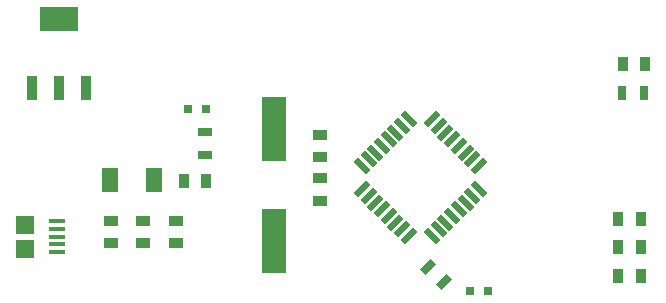
<source format=gtp>
G04*
G04 #@! TF.GenerationSoftware,Altium Limited,Altium Designer,24.5.2 (23)*
G04*
G04 Layer_Color=8421504*
%FSLAX44Y44*%
%MOMM*%
G71*
G04*
G04 #@! TF.SameCoordinates,52CA54B2-E9F7-45E4-B012-8A7E883E60BD*
G04*
G04*
G04 #@! TF.FilePolarity,Positive*
G04*
G01*
G75*
G04:AMPARAMS|DCode=13|XSize=0.55mm|YSize=1.5mm|CornerRadius=0mm|HoleSize=0mm|Usage=FLASHONLY|Rotation=45.000|XOffset=0mm|YOffset=0mm|HoleType=Round|Shape=Rectangle|*
%AMROTATEDRECTD13*
4,1,4,0.3359,-0.7248,-0.7248,0.3359,-0.3359,0.7248,0.7248,-0.3359,0.3359,-0.7248,0.0*
%
%ADD13ROTATEDRECTD13*%

G04:AMPARAMS|DCode=14|XSize=0.55mm|YSize=1.5mm|CornerRadius=0mm|HoleSize=0mm|Usage=FLASHONLY|Rotation=315.000|XOffset=0mm|YOffset=0mm|HoleType=Round|Shape=Rectangle|*
%AMROTATEDRECTD14*
4,1,4,-0.7248,-0.3359,0.3359,0.7248,0.7248,0.3359,-0.3359,-0.7248,-0.7248,-0.3359,0.0*
%
%ADD14ROTATEDRECTD14*%

%ADD15R,1.3000X0.9000*%
%ADD16R,0.9000X1.3000*%
G04:AMPARAMS|DCode=17|XSize=0.7mm|YSize=1.3mm|CornerRadius=0mm|HoleSize=0mm|Usage=FLASHONLY|Rotation=135.000|XOffset=0mm|YOffset=0mm|HoleType=Round|Shape=Rectangle|*
%AMROTATEDRECTD17*
4,1,4,0.7071,0.2121,-0.2121,-0.7071,-0.7071,-0.2121,0.2121,0.7071,0.7071,0.2121,0.0*
%
%ADD17ROTATEDRECTD17*%

%ADD18R,0.8000X0.8000*%
%ADD19R,0.7000X1.3000*%
%ADD20R,0.9500X2.1500*%
%ADD21R,3.2500X2.1500*%
%ADD22R,1.5000X1.5000*%
%ADD23R,1.3500X0.4000*%
%ADD24R,1.4000X2.0300*%
%ADD25R,1.3000X0.7000*%
%ADD26R,2.0000X5.5000*%
D13*
X342100Y195497D02*
D03*
X336444Y189841D02*
D03*
X330787Y184184D02*
D03*
X325130Y178527D02*
D03*
X319473Y172870D02*
D03*
X313816Y167213D02*
D03*
X308159Y161556D02*
D03*
X302502Y155899D02*
D03*
X361899Y96503D02*
D03*
X367556Y102159D02*
D03*
X373213Y107816D02*
D03*
X378870Y113473D02*
D03*
X384527Y119130D02*
D03*
X390184Y124787D02*
D03*
X395841Y130444D02*
D03*
X401497Y136101D02*
D03*
D14*
X302502D02*
D03*
X308159Y130444D02*
D03*
X313816Y124787D02*
D03*
X319473Y119130D02*
D03*
X325130Y113473D02*
D03*
X330787Y107816D02*
D03*
X336444Y102159D02*
D03*
X342100Y96503D02*
D03*
X401497Y155899D02*
D03*
X395841Y161556D02*
D03*
X390184Y167213D02*
D03*
X384527Y172870D02*
D03*
X378870Y178527D02*
D03*
X373213Y184184D02*
D03*
X367556Y189841D02*
D03*
X361899Y195497D02*
D03*
D15*
X267000Y163500D02*
D03*
Y182500D02*
D03*
Y145500D02*
D03*
Y126500D02*
D03*
X145000Y90500D02*
D03*
X145000Y109500D02*
D03*
X117000Y90500D02*
D03*
X117000Y109500D02*
D03*
X90000Y90500D02*
D03*
X90000Y109500D02*
D03*
D16*
X538500Y63000D02*
D03*
X519500D02*
D03*
X538500Y87000D02*
D03*
X519500D02*
D03*
Y111000D02*
D03*
X538500D02*
D03*
X542500Y242000D02*
D03*
X523500D02*
D03*
X170500Y143000D02*
D03*
X151500Y143000D02*
D03*
D17*
X371717Y57283D02*
D03*
X358283Y70718D02*
D03*
D18*
X409000Y50000D02*
D03*
X394000Y50000D02*
D03*
X170500Y204000D02*
D03*
X155500D02*
D03*
D19*
X522500Y218000D02*
D03*
X541500D02*
D03*
D20*
X69000Y222000D02*
D03*
X46000Y222000D02*
D03*
X23000Y222000D02*
D03*
D21*
X46000Y280000D02*
D03*
D22*
X17000Y86000D02*
D03*
Y106000D02*
D03*
D23*
X44000Y83000D02*
D03*
Y89500D02*
D03*
Y96000D02*
D03*
Y102500D02*
D03*
Y109000D02*
D03*
D24*
X89600Y144000D02*
D03*
X126400D02*
D03*
D25*
X170000Y165500D02*
D03*
Y184500D02*
D03*
D26*
X228000Y187500D02*
D03*
Y92500D02*
D03*
M02*

</source>
